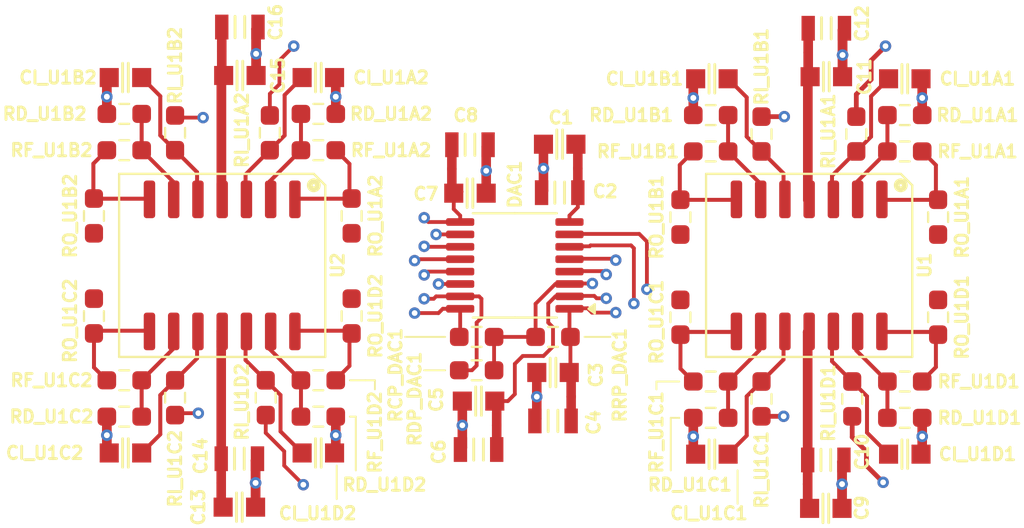
<source format=kicad_pcb>
(kicad_pcb (version 20241229) (generator "pcbnew") (generator_version "9.0")
  (layers (0 "F.Cu" signal) (4 "In1.Cu" signal) (6 "In2.Cu" signal) (2 "B.Cu" signal) (13 "F.Paste" user) (15 "B.Paste" user) (5 "F.SilkS" user "F.Silkscreen") (7 "B.SilkS" user "B.Silkscreen") (1 "F.Mask" user) (3 "B.Mask" user) (25 "Edge.Cuts" user))
  (net 0 "")
  (net 1 "/UNRIPPLE_MODULE1/UNRIPPLE")
  (net 2 "GND")
  (net 3 "/~{RESET}")
  (net 4 "/~{CHIP_SELECT}")
  (net 5 "/VLOGIC")
  (net 6 "-12V")
  (net 7 "+12V")
  (net 8 "Net-(U1A-+)")
  (net 9 "Net-(U2A-+)")
  (net 10 "Net-(U1B-+)")
  (net 11 "Net-(U2B-+)")
  (net 12 "Net-(U1C-+)")
  (net 13 "Net-(U2C-+)")
  (net 14 "Net-(U1D-+)")
  (net 15 "Net-(U2D-+)")
  (net 16 "/AMP1_DAC1/INPUT_3")
  (net 17 "/AMP2_DAC1/INPUT_3")
  (net 18 "VCC")
  (net 19 "/AMP2_DAC1/INPUT_4")
  (net 20 "/SCL")
  (net 21 "/AMP2_DAC1/INPUT_1")
  (net 22 "/AMP1_DAC1/INPUT_2")
  (net 23 "/AMP2_DAC1/INPUT_2")
  (net 24 "/SDA")
  (net 25 "/AMP1_DAC1/INPUT_1")
  (net 26 "/AMP1_DAC1/INPUT_4")
  (net 27 "Net-(U1A--)")
  (net 28 "Net-(U2A--)")
  (net 29 "Net-(U1B--)")
  (net 30 "Net-(U2B--)")
  (net 31 "Net-(U1C--)")
  (net 32 "Net-(U2C--)")
  (net 33 "Net-(U1D--)")
  (net 34 "Net-(U2D--)")
  (net 35 "Net-(RF_U1A1-Pad2)")
  (net 36 "Net-(RF_U1A2-Pad2)")
  (net 37 "Net-(RF_U1B1-Pad2)")
  (net 38 "Net-(RF_U1B2-Pad2)")
  (net 39 "Net-(RF_U1C1-Pad2)")
  (net 40 "Net-(RF_U1C2-Pad2)")
  (net 41 "Net-(RF_U1D1-Pad2)")
  (net 42 "Net-(RF_U1D2-Pad2)")
  (net 43 "/OUTPUT_1")
  (net 44 "/OUTPUT_5")
  (net 45 "/OUTPUT_2")
  (net 46 "/OUTPUT_6")
  (net 47 "/OUTPUT_3")
  (net 48 "/OUTPUT_7")
  (net 49 "/OUTPUT_4")
  (net 50 "/OUTPUT_8")
  (footprint "PCM_4ms_Capacitor:C_0603" (layer "F.Cu") (at 59.73125 76.962738)
    (property "Reference" "C7")
    (property "Value" "100nF_0603_16V" (hide yes))
  )
  (footprint "PCM_4ms_Capacitor:C_0805" (layer "F.Cu") (at 60.18125 90.405 180)
    (property "Reference" "C6")
    (property "Value" "10uF_0805_25V" (hide yes))
  )
  (footprint "PCM_4ms_Capacitor:C_0603" (layer "F.Cu") (at 78.372787 93.491075)
    (property "Reference" "C9")
    (property "Value" "100nF_0603_16V" (hide yes))
  )
  (footprint "Resistor_SMD:R_0603_1608Metric_Pad0.98x0.95mm_HandSolder" (layer "F.Cu") (at 84.255283 78.218824 -90)
    (property "Reference" "RO_U1A1")
    (property "Value" "220Ω")
  )
  (footprint "Resistor_SMD:R_0603_1608Metric_Pad0.98x0.95mm_HandSolder" (layer "F.Cu") (at 53.5325 78.155 -90)
    (property "Reference" "RO_U1A2")
    (property "Value" "220Ω")
  )
  (footprint "PCM_4ms_Capacitor:C_0603" (layer "F.Cu") (at 41.6825 90.585)
    (property "Reference" "CI_U1C2")
    (property "Value" "100pF_0603_50V" (hide yes))
  )
  (footprint "Resistor_SMD:R_0603_1608Metric_Pad0.98x0.95mm_HandSolder" (layer "F.Cu") (at 82.510283 88.743824)
    (property "Reference" "RD_U1D1")
    (property "Value" "47k")
  )
  (footprint "Resistor_SMD:R_0603_1608Metric_Pad0.98x0.95mm_HandSolder" (layer "F.Cu") (at 82.510283 72.868824)
    (property "Reference" "RD_U1A1")
    (property "Value" "47k")
  )
  (footprint "Resistor_SMD:R_0603_1608Metric_Pad0.98x0.95mm_HandSolder" (layer "F.Cu") (at 49.0325 87.6875 90)
    (property "Reference" "RI_U1D2")
    (property "Value" "1k")
  )
  (footprint "Resistor_SMD:R_0603_1608Metric_Pad0.98x0.95mm_HandSolder" (layer "F.Cu") (at 51.7875 72.805)
    (property "Reference" "RD_U1A2")
    (property "Value" "47k")
  )
  (footprint "Resistor_SMD:R_0603_1608Metric_Pad0.98x0.95mm_HandSolder" (layer "F.Cu") (at 82.510283 74.773824)
    (property "Reference" "RF_U1A1")
    (property "Value" "47k")
  )
  (footprint "Resistor_SMD:R_0603_1608Metric_Pad0.98x0.95mm_HandSolder" (layer "F.Cu") (at 44.2825 73.7975 -90)
    (property "Reference" "RI_U1B2")
    (property "Value" "1k")
  )
  (footprint "PCM_4ms_Capacitor:C_0603" (layer "F.Cu") (at 51.7875 90.585 180)
    (property "Reference" "CI_U1D2")
    (property "Value" "100pF_0603_50V" (hide yes))
  )
  (footprint "Resistor_SMD:R_0603_1608Metric_Pad0.98x0.95mm_HandSolder" (layer "F.Cu") (at 49.2475 73.7975 -90)
    (property "Reference" "RI_U1A2")
    (property "Value" "1k")
  )
  (footprint "PCM_4ms_Capacitor:C_0603" (layer "F.Cu") (at 82.510283 70.963824 180)
    (property "Reference" "CI_U1A1")
    (property "Value" "100pF_0603_50V" (hide yes))
  )
  (footprint "PCM_4ms_Capacitor:C_0603" (layer "F.Cu") (at 47.677217 70.791176)
    (property "Reference" "C15")
    (property "Value" "100nF_0603_16V" (hide yes))
  )
  (footprint "PCM_4ms_Capacitor:C_0805" (layer "F.Cu") (at 47.677217 68.251176)
    (property "Reference" "C16")
    (property "Value" "10uF_0805_25V" (hide yes))
  )
  (footprint "PCM_4ms_Capacitor:C_0603" (layer "F.Cu") (at 64.43125 74.395 180)
    (property "Reference" "C1")
    (property "Value" "100nF_0603_16V" (hide yes))
  )
  (footprint "Resistor_SMD:R_0603_1608Metric_Pad0.98x0.95mm_HandSolder" (layer "F.Cu") (at 51.7875 74.71)
    (property "Reference" "RF_U1A2")
    (property "Value" "47k")
  )
  (footprint "Resistor_SMD:R_0603_1608Metric_Pad0.98x0.95mm_HandSolder" (layer "F.Cu") (at 41.62 88.68 180)
    (property "Reference" "RD_U1C2")
    (property "Value" "47k")
  )
  (footprint "PCM_Package_SO_AKL:SO-14_5.3x10.2mm_P1.27mm" (layer "F.Cu") (at 46.75 80.75 -90)
    (property "Reference" "U2")
    (property "Value" "TL074CNS" (hide yes))
  )
  (footprint "Resistor_SMD:R_0603_1608Metric_Pad0.98x0.95mm_HandSolder" (layer "F.Cu") (at 75.005283 87.751324 90)
    (property "Reference" "RI_U1C1")
    (property "Value" "1k")
  )
  (footprint "PCM_Package_SO_AKL:SO-14_5.3x10.2mm_P1.27mm" (layer "F.Cu") (at 77.5 80.75 -90)
    (property "Reference" "U1")
    (property "Value" "TL074CNS" (hide yes))
  )
  (footprint "Resistor_SMD:R_0603_1608Metric_Pad0.98x0.95mm_HandSolder" (layer "F.Cu") (at 41.62 74.71 180)
    (property "Reference" "RF_U1B2")
    (property "Value" "47k")
  )
  (footprint "PCM_4ms_Capacitor:C_0805" (layer "F.Cu") (at 78.372787 90.951075)
    (property "Reference" "C10")
    (property "Value" "10uF_0805_25V" (hide yes))
  )
  (footprint "Resistor_SMD:R_0603_1608Metric_Pad0.98x0.95mm_HandSolder" (layer "F.Cu") (at 53.5325 83.405 90)
    (property "Reference" "RO_U1D2")
    (property "Value" "220Ω")
  )
  (footprint "Resistor_SMD:R_0603_1608Metric_Pad0.98x0.95mm_HandSolder" (layer "F.Cu") (at 70.755283 83.468824 90)
    (property "Reference" "RO_U1C1")
    (property "Value" "220Ω" (hide yes))
  )
  (footprint "PCM_4ms_Capacitor:C_0805" (layer "F.Cu") (at 78.4 68.315)
    (property "Reference" "C12")
    (property "Value" "10uF_0805_25V" (hide yes))
  )
  (footprint "Resistor_SMD:R_0603_1608Metric_Pad0.98x0.95mm_HandSolder" (layer "F.Cu") (at 70.755283 78.218824 -90)
    (property "Reference" "RO_U1B1")
    (property "Value" "220Ω" (hide yes))
  )
  (footprint "PCM_4ms_Capacitor:C_0603" (layer "F.Cu") (at 82.510283 90.648824 180)
    (property "Reference" "CI_U1D1")
    (property "Value" "100pF_0603_50V" (hide yes))
  )
  (footprint "PCM_4ms_Capacitor:C_0805" (layer "F.Cu") (at 47.650004 90.887251)
    (property "Reference" "C14")
    (property "Value" "10uF_0805_25V" (hide yes))
  )
  (footprint "Resistor_SMD:R_0603_1608Metric_Pad0.98x0.95mm_HandSolder" (layer "F.Cu") (at 60.08125 86.25 180)
    (property "Reference" "RDP_DAC1")
    (property "Value" "4.7k")
  )
  (footprint "PCM_4ms_Capacitor:C_0603" (layer "F.Cu") (at 64.08125 86.365 180)
    (property "Reference" "C3")
    (property "Value" "100nF_0603_16V" (hide yes))
  )
  (footprint "Resistor_SMD:R_0603_1608Metric_Pad0.98x0.95mm_HandSolder" (layer "F.Cu") (at 41.62 86.775 180)
    (property "Reference" "RF_U1C2")
    (property "Value" "47k")
  )
  (footprint "Resistor_SMD:R_0603_1608Metric_Pad0.98x0.95mm_HandSolder" (layer "F.Cu") (at 72.342783 88.743824 180)
    (property "Reference" "RD_U1C1")
    (property "Value" "47k")
  )
  (footprint "Resistor_SMD:R_0603_1608Metric_Pad0.98x0.95mm_HandSolder" (layer "F.Cu") (at 51.7875 88.68)
    (property "Reference" "RD_U1D2")
    (property "Value" "47k")
  )
  (footprint "Resistor_SMD:R_0603_1608Metric_Pad0.98x0.95mm_HandSolder" (layer "F.Cu") (at 40.0325 83.405 90)
    (property "Reference" "RO_U1C2")
    (property "Value" "220Ω")
  )
  (footprint "Resistor_SMD:R_0603_1608Metric_Pad0.98x0.95mm_HandSolder" (layer "F.Cu") (at 75.005283 73.861324 -90)
    (property "Reference" "RI_U1B1")
    (property "Value" "1k")
  )
  (footprint "Resistor_SMD:R_0603_1608Metric_Pad0.98x0.95mm_HandSolder" (layer "F.Cu") (at 40.0325 78.155 -90)
    (property "Reference" "RO_U1B2")
    (property "Value" "220Ω")
  )
  (footprint "Resistor_SMD:R_0603_1608Metric_Pad0.98x0.95mm_HandSolder" (layer "F.Cu") (at 84.255283 83.468824 90)
    (property "Reference" "RO_U1D1")
    (property "Value" "220Ω")
  )
  (footprint "PCM_4ms_Capacitor:C_0603" (layer "F.Cu") (at 60.18125 87.865 180)
    (property "Reference" "C5")
    (property "Value" "100nF_0603_16V" (hide yes))
  )
  (footprint "PCM_4ms_Capacitor:C_0805" (layer "F.Cu") (at 59.73125 74.422738)
    (property "Reference" "C8")
    (property "Value" "10uF_0805_25V" (hide yes))
  )
  (footprint "PCM_4ms_Capacitor:C_0603" (layer "F.Cu") (at 41.6825 70.9)
    (property "Reference" "CI_U1B2")
    (property "Value" "100pF_0603_50V" (hide yes))
  )
  (footprint "Resistor_SMD:R_0603_1608Metric_Pad0.98x0.95mm_HandSolder" (layer "F.Cu") (at 79.970283 73.861324 -90)
    (property "Reference" "RI_U1A1")
    (property "Value" "1k")
  )
  (footprint "Resistor_SMD:R_0603_1608Metric_Pad0.98x0.95mm_HandSolder" (layer "F.Cu") (at 72.342783 72.868824 180)
    (property "Reference" "RD_U1B1")
    (property "Value" "47k")
  )
  (footprint "Resistor_SMD:R_0603_1608Metric_Pad0.98x0.95mm_HandSolder" (layer "F.Cu") (at 51.7875 86.775)
    (property "Reference" "RF_U1D2")
    (property "Value" "47k")
  )
  (footprint "Resistor_SMD:R_0603_1608Metric_Pad0.98x0.95mm_HandSolder" (layer "F.Cu") (at 79.755283 87.751324 90)
    (property "Reference" "RI_U1D1")
    (property "Value" "1k")
  )
  (footprint "Resistor_SMD:R_0603_1608Metric_Pad0.98x0.95mm_HandSolder" (layer "F.Cu") (at 60.08125 84.5 180)
    (property "Reference" "RCP_DAC1")
    (property "Value" "4.7k")
  )
  (footprint "PCM_4ms_Capacitor:C_0805" (layer "F.Cu") (at 64.43125 76.935 180)
    (property "Reference" "C2")
    (property "Value" "10uF_0805_25V" (hide yes))
  )
  (footprint "PCM_4ms_Capacitor:C_0805" (layer "F.Cu") (at 64.08125 88.905 180)
    (property "Reference" "C4")
    (property "Value" "10uF_0805_25V" (hide yes))
  )
  (footprint "PCM_4ms_Capacitor:C_0603" (layer "F.Cu") (at 72.405283 90.648824)
    (property "Reference" "CI_U1C1")
    (property "Value" "100pF_0603_50V" (hide yes))
  )
  (footprint "PCM_4ms_Capacitor:C_0603" (layer "F.Cu") (at 51.7875 70.9 180)
    (property "Reference" "CI_U1A2")
    (property "Value" "100pF_0603_50V" (hide yes))
  )
  (footprint "PCM_4ms_Capacitor:C_0603" (layer "F.Cu") (at 47.650004 93.427251)
    (property "Reference" "C13")
    (property "Value" "100nF_0603_16V" (hide yes))
  )
  (footprint "PCM_4ms_Capacitor:C_0603" (layer "F.Cu") (at 78.4 70.855)
    (property "Reference" "C11")
    (property "Value" "100nF_0603_16V" (hide yes))
  )
  (footprint "Resistor_SMD:R_0603_1608Metric_Pad0.98x0.95mm_HandSolder" (layer "F.Cu") (at 41.62 72.805 180)
    (property "Reference" "RD_U1B2")
    (property "Value" "47k")
  )
  (footprint "Resistor_SMD:R_0603_1608Metric_Pad0.98x0.95mm_HandSolder" (layer "F.Cu") (at 72.342783 86.838824 180)
    (property "Reference" "RF_U1C1")
    (property "Value" "47k")
  )
  (footprint "Resistor_SMD:R_0603_1608Metric_Pad0.98x0.95mm_HandSolder" (layer "F.Cu") (at 72.342783 74.773824 180)
    (property "Reference" "RF_U1B1")
    (property "Value" "47k")
  )
  (footprint "Package_SO:TSSOP-16_4.4x5mm_P0.65mm" (layer "F.Cu") (at 62.08125 80.75 180)
    (property "Reference" "DAC1")
    (property "Value" "AD5593R")
  )
  (footprint "Resistor_SMD:R_0603_1608Metric_Pad0.98x0.95mm_HandSolder" (layer "F.Cu") (at 64.08125 84.5)
    (property "Reference" "RRP_DAC1")
    (property "Value" "10k")
  )
  (footprint "Resistor_SMD:R_0603_1608Metric_Pad0.98x0.95mm_HandSolder" (layer "F.Cu") (at 44.2825 87.6875 90)
    (property "Reference" "RI_U1C2")
    (property "Value" "1k")
  )
  (footprint "PCM_4ms_Capacitor:C_0603" (layer "F.Cu") (at 72.405283 70.963824)
    (property "Reference" "CI_U1B1")
    (property "Value" "100pF_0603_50V" (hide yes))
  )
  (footprint "Resistor_SMD:R_0603_1608Metric_Pad0.98x0.95mm_HandSolder" (layer "F.Cu") (at 82.510283 86.838824)
    (property "Reference" "RF_U1D1")
    (property "Value" "47k")
  )
  (gr_line (start 58.43125 86.25) (end 57.33125 86.25) (stroke (width 0.1)) (layer "F.SilkS"))
  (gr_line (start 70.25 88.743824) (end 70.25 91.5) (stroke (width 0.1)) (layer "F.SilkS"))
  (gr_line (start 53.4375 86.775) (end 54.25 86.775) (stroke (width 0.1)) (layer "F.SilkS"))
  (gr_line (start 70.692783 86.838824) (end 69.5 86.838824) (stroke (width 0.1)) (layer "F.SilkS"))
  (gr_line (start 70.692783 88.743824) (end 70.25 88.743824) (stroke (width 0.1)) (layer "F.SilkS"))
  (gr_line (start 70.692783 88.743824) (end 70.692783 88.75) (stroke (width 0.1)) (layer "F.SilkS"))
  (gr_line (start 53.4375 88.68) (end 53.75 88.68) (stroke (width 0.1)) (layer "F.SilkS"))
  (gr_line (start 65.73125 84.5) (end 67.08125 84.5) (stroke (width 0.1)) (layer "F.SilkS"))
  (gr_line (start 73.75 93.25) (end 73.75 91.5) (stroke (width 0.1)) (layer "F.SilkS"))
  (gr_line (start 52.75 91.25) (end 52.75 93) (stroke (width 0.1)) (layer "F.SilkS"))
  (gr_line (start 54.75 86.775) (end 54.75 87.25) (stroke (width 0.1)) (layer "F.SilkS"))
  (gr_line (start 54.25 86.775) (end 54.75 86.775) (stroke (width 0.1)) (layer "F.SilkS"))
  (gr_line (start 53.75 88.68) (end 53.75 91.5) (stroke (width 0.1)) (layer "F.SilkS"))
  (gr_line (start 58.43125 84.5) (end 56.33125 84.5) (stroke (width 0.1)) (layer "F.SilkS"))
  (gr_line (start 69.5 86.838824) (end 69.5 87.25) (stroke (width 0.1)) (layer "F.SilkS"))
  (segment (start 65.38125 76.935) (end 65.38125 75.665) (width 0.5) (layer "F.Cu") (net 1))
  (segment (start 64.94375 78.475) (end 64.94375 78.1375) (width 0.2) (layer "F.Cu") (net 1))
  (segment (start 64.94375 78.1375) (end 65.38125 77.7) (width 0.2) (layer "F.Cu") (net 1))
  (segment (start 65.38125 75.665) (end 65.38125 74.495) (width 0.5) (layer "F.Cu") (net 1))
  (segment (start 65.38125 74.495) (end 65.28125 74.395) (width 0.5) (layer "F.Cu") (net 1))
  (segment (start 65.38125 77.7) (end 65.38125 76.935) (width 0.2) (layer "F.Cu") (net 1))
  (segment (start 79.25 69.718824) (end 79.25 69.585) (width 0.5) (layer "F.Cu") (net 2))
  (segment (start 71.430283 71.968824) (end 71.430283 71.088824) (width 0.5) (layer "F.Cu") (net 2))
  (segment (start 79.222787 92.221075) (end 79.222787 92.218824) (width 0.5) (layer "F.Cu") (net 2))
  (segment (start 48.527217 70.791176) (end 48.527217 69.655) (width 0.5) (layer "F.Cu") (net 2))
  (segment (start 71.430283 88.743824) (end 71.430283 89.718824) (width 0.5) (layer "F.Cu") (net 2))
  (segment (start 52.7 72.805) (end 52.7 71.905) (width 0.5) (layer "F.Cu") (net 2))
  (segment (start 52.7 90.5225) (end 52.6375 90.585) (width 0.5) (layer "F.Cu") (net 2))
  (segment (start 71.430283 90.523824) (end 71.555283 90.648824) (width 0.5) (layer "F.Cu") (net 2))
  (segment (start 83.422783 71.968824) (end 83.422783 71.026324) (width 0.5) (layer "F.Cu") (net 2))
  (segment (start 83.422783 72.868824) (end 83.422783 71.968824) (width 0.5) (layer "F.Cu") (net 2))
  (segment (start 59.33125 87.865) (end 59.33125 89.135) (width 0.5) (layer "F.Cu") (net 2))
  (segment (start 83.422783 90.586324) (end 83.360283 90.648824) (width 0.5) (layer "F.Cu") (net 2))
  (segment (start 79.25 68.415) (end 79.35 68.315) (width 0.5) (layer "F.Cu") (net 2))
  (segment (start 83.422783 90.586324) (end 83.360283 90.648824) (width 0.5) (layer "F.Cu") (net 2))
  (segment (start 79.222787 92.221075) (end 79.222787 92.218824) (width 0.5) (layer "F.Cu") (net 2))
  (segment (start 59.21875 81.725) (end 58.08125 81.725) (width 0.2) (layer "F.Cu") (net 2))
  (segment (start 40.7075 90.46) (end 40.8325 90.585) (width 0.5) (layer "F.Cu") (net 2))
  (segment (start 52.7 72.805) (end 52.7 71.905) (width 0.5) (layer "F.Cu") (net 2))
  (segment (start 48.500004 90.987251) (end 48.600004 90.887251) (width 0.5) (layer "F.Cu") (net 2))
  (segment (start 83.422783 72.868824) (end 83.422783 71.968824) (width 0.5) (layer "F.Cu") (net 2))
  (segment (start 63.58125 76.835) (end 63.48125 76.935) (width 0.5) (layer "F.Cu") (net 2))
  (segment (start 48.527217 69.655) (end 48.527217 69.521176) (width 0.5) (layer "F.Cu") (net 2))
  (segment (start 48.527217 68.351176) (end 48.627217 68.251176) (width 0.5) (layer "F.Cu") (net 2))
  (segment (start 71.430283 89.718824) (end 71.430283 90.523824) (width 0.5) (layer "F.Cu") (net 2))
  (segment (start 40.7075 71.025) (end 40.8325 70.9) (width 0.5) (layer "F.Cu") (net 2))
  (segment (start 48.500004 92.155) (end 48.500004 90.987251) (width 0.5) (layer "F.Cu") (net 2))
  (segment (start 71.430283 72.868824) (end 71.430283 71.968824) (width 0.5) (layer "F.Cu") (net 2))
  (segment (start 83.422783 89.718824) (end 83.422783 90.586324) (width 0.5) (layer "F.Cu") (net 2))
  (segment (start 40.7075 88.68) (end 40.7075 89.655) (width 0.5) (layer "F.Cu") (net 2))
  (segment (start 48.527217 69.655) (end 48.527217 69.521176) (width 0.5) (layer "F.Cu") (net 2))
  (segment (start 52.7 89.655) (end 52.7 90.5225) (width 0.5) (layer "F.Cu") (net 2))
  (segment (start 52.7 71.905) (end 52.7 70.9625) (width 0.5) (layer "F.Cu") (net 2))
  (segment (start 48.500004 92.157251) (end 48.500004 92.155) (width 0.5) (layer "F.Cu") (net 2))
  (segment (start 79.222787 91.051075) (end 79.322787 90.951075) (width 0.5) (layer "F.Cu") (net 2))
  (segment (start 83.422783 88.743824) (end 83.422783 89.718824) (width 0.5) (layer "F.Cu") (net 2))
  (segment (start 63.58125 74.395) (end 63.58125 75.665) (width 0.5) (layer "F.Cu") (net 2))
  (segment (start 71.430283 88.743824) (end 71.430283 89.718824) (width 0.5) (layer "F.Cu") (net 2))
  (segment (start 48.500004 93.427251) (end 48.500004 92.157251) (width 0.5) (layer "F.Cu") (net 2))
  (segment (start 40.7075 72.805) (end 40.7075 71.905) (width 0.5) (layer "F.Cu") (net 2))
  (segment (start 40.7075 71.025) (end 40.8325 70.9) (width 0.5) (layer "F.Cu") (net 2))
  (segment (start 63.58125 75.665) (end 63.58125 76.835) (width 0.5) (layer "F.Cu") (net 2))
  (segment (start 83.422783 71.026324) (end 83.360283 70.963824) (width 0.5) (layer "F.Cu") (net 2))
  (segment (start 79.222787 92.218824) (end 79.222787 91.051075) (width 0.5) (layer "F.Cu") (net 2))
  (segment (start 40.7075 90.46) (end 40.8325 90.585) (width 0.5) (layer "F.Cu") (net 2))
  (segment (start 83.422783 88.743824) (end 83.422783 89.718824) (width 0.5) (layer "F.Cu") (net 2))
  (segment (start 40.7075 89.655) (end 40.7075 90.46) (width 0.5) (layer "F.Cu") (net 2))
  (segment (start 40.7075 72.805) (end 40.7075 71.905) (width 0.5) (layer "F.Cu") (net 2))
  (segment (start 79.222787 92.218824) (end 79.222787 91.051075) (width 0.5) (layer "F.Cu") (net 2))
  (segment (start 79.222787 93.491075) (end 79.222787 92.221075) (width 0.5) (layer "F.Cu") (net 2))
  (segment (start 48.527217 68.351176) (end 48.627217 68.251176) (width 0.5) (layer "F.Cu") (net 2))
  (segment (start 48.500004 93.427251) (end 48.500004 92.157251) (width 0.5) (layer "F.Cu") (net 2))
  (segment (start 79.25 69.585) (end 79.25 68.415) (width 0.5) (layer "F.Cu") (net 2))
  (segment (start 79.25 69.585) (end 79.25 68.415) (width 0.5) (layer "F.Cu") (net 2))
  (segment (start 52.7 88.68) (end 52.7 89.655) (width 0.5) (layer "F.Cu") (net 2))
  (segment (start 63.23125 88.805) (end 63.13125 88.905) (width 0.5) (layer "F.Cu") (net 2))
  (segment (start 40.7075 71.905) (end 40.7075 71.025) (width 0.5) (layer "F.Cu") (net 2))
  (segment (start 48.500004 92.155) (end 48.500004 90.987251) (width 0.5) (layer "F.Cu") (net 2))
  (segment (start 71.430283 71.968824) (end 71.430283 71.088824) (width 0.5) (layer "F.Cu") (net 2))
  (segment (start 71.430283 89.718824) (end 71.430283 90.523824) (width 0.5) (layer "F.Cu") (net 2))
  (segment (start 71.430283 72.868824) (end 71.430283 71.968824) (width 0.5) (layer "F.Cu") (net 2))
  (segment (start 79.222787 91.051075) (end 79.322787 90.951075) (width 0.5) (layer "F.Cu") (net 2))
  (segment (start 83.422783 89.718824) (end 83.422783 90.586324) (width 0.5) (layer "F.Cu") (net 2))
  (segment (start 63.23125 86.365) (end 63.23125 87.635) (width 0.5) (layer "F.Cu") (net 2))
  (segment (start 40.7075 71.905) (end 40.7075 71.025) (width 0.5) (layer "F.Cu") (net 2))
  (segment (start 71.430283 90.523824) (end 71.555283 90.648824) (width 0.5) (layer "F.Cu") (net 2))
  (segment (start 83.422783 71.026324) (end 83.360283 70.963824) (width 0.5) (layer "F.Cu") (net 2))
  (segment (start 52.7 88.68) (end 52.7 89.655) (width 0.5) (layer "F.Cu") (net 2))
  (segment (start 60.58125 76.962738) (end 60.58125 75.788102) (width 0.5) (layer "F.Cu") (net 2))
  (segment (start 63.23125 87.635) (end 63.23125 88.805) (width 0.5) (layer "F.Cu") (net 2))
  (segment (start 48.500004 90.987251) (end 48.600004 90.887251) (width 0.5) (layer "F.Cu") (net 2))
  (segment (start 79.25 70.855) (end 79.25 69.718824) (width 0.5) (layer "F.Cu") (net 2))
  (segment (start 48.527217 69.521176) (end 48.527217 68.351176) (width 0.5) (layer "F.Cu") (net 2))
  (segment (start 59.33125 89.135) (end 59.33125 90.305) (width 0.5) (layer "F.Cu") (net 2))
  (segment (start 79.25 70.855) (end 79.25 69.718824) (width 0.5) (layer "F.Cu") (net 2))
  (segment (start 71.430283 71.088824) (end 71.555283 70.963824) (width 0.5) (layer "F.Cu") (net 2))
  (segment (start 40.7075 88.68) (end 40.7075 89.655) (width 0.5) (layer "F.Cu") (net 2))
  (segment (start 52.7 71.905) (end 52.7 70.9625) (width 0.5) (layer "F.Cu") (net 2))
  (segment (start 79.25 68.415) (end 79.35 68.315) (width 0.5) (layer "F.Cu") (net 2))
  (segment (start 58.08125 81.725) (end 58.05625 81.725) (width 0.2) (layer "F.Cu") (net 2))
  (segment (start 52.7 90.5225) (end 52.6375 90.585) (width 0.5) (layer "F.Cu") (net 2))
  (segment (start 79.222787 93.491075) (end 79.222787 92.221075) (width 0.5) (layer "F.Cu") (net 2))
  (segment (start 52.7 70.9625) (end 52.6375 70.9) (width 0.5) (layer "F.Cu") (net 2))
  (segment (start 60.58125 75.692738) (end 60.58125 74.522738) (width 0.5) (layer "F.Cu") (net 2))
  (segment (start 40.7075 89.655) (end 40.7075 90.46) (width 0.5) (layer "F.Cu") (net 2))
  (segment (start 79.25 69.718824) (end 79.25 69.585) (width 0.5) (layer "F.Cu") (net 2))
  (segment (start 59.33125 90.305) (end 59.23125 90.405) (width 0.5) (layer "F.Cu") (net 2))
  (segment (start 48.527217 69.521176) (end 48.527217 68.351176) (width 0.5) (layer "F.Cu") (net 2))
  (segment (start 52.7 70.9625) (end 52.6375 70.9) (width 0.5) (layer "F.Cu") (net 2))
  (segment (start 83.422783 71.968824) (end 83.422783 71.026324) (width 0.5) (layer "F.Cu") (net 2))
  (segment (start 48.500004 92.157251) (end 48.500004 92.155) (width 0.5) (layer "F.Cu") (net 2))
  (segment (start 60.58125 74.522738) (end 60.68125 74.422738) (width 0.5) (layer "F.Cu") (net 2))
  (segment (start 48.527217 70.791176) (end 48.527217 69.655) (width 0.5) (layer "F.Cu") (net 2))
  (segment (start 71.430283 71.088824) (end 71.555283 70.963824) (width 0.5) (layer "F.Cu") (net 2))
  (segment (start 52.7 89.655) (end 52.7 90.5225) (width 0.5) (layer "F.Cu") (net 2))
  (via (at 83.422783 71.968824) (size 0.6) (drill 0.3) (layers "F.Cu" "B.Cu") (net 2))
  (via (at 71.430283 89.718824) (size 0.6) (drill 0.3) (layers "F.Cu" "B.Cu") (net 2))
  (via (at 52.7 71.905) (size 0.6) (drill 0.3) (layers "F.Cu" "B.Cu") (net 2))
  (via (at 79.25 69.718824) (size 0.6) (drill 0.3) (layers "F.Cu" "B.Cu") (net 2))
  (via (at 79.222787 92.218824) (size 0.6) (drill 0.3) (layers "F.Cu" "B.Cu") (net 2))
  (via (at 48.527217 69.655) (size 0.6) (drill 0.3) (layers "F.Cu" "B.Cu") (net 2))
  (via (at 63.58125 75.665) (size 0.6) (drill 0.3) (layers "F.Cu" "B.Cu") (net 2))
  (via (at 60.58125 75.788102) (size 0.6) (drill 0.3) (layers "F.Cu" "B.Cu") (net 2))
  (via (at 71.430283 71.968824) (size 0.6) (drill 0.3) (layers "F.Cu" "B.Cu") (net 2))
  (via (at 63.23125 87.635) (size 0.6) (drill 0.3) (layers "F.Cu" "B.Cu") (net 2))
  (via (at 83.422783 89.718824) (size 0.6) (drill 0.3) (layers "F.Cu" "B.Cu") (net 2))
  (via (at 48.500004 92.155) (size 0.6) (drill 0.3) (layers "F.Cu" "B.Cu") (net 2))
  (via (at 48.500004 92.155) (size 0.6) (drill 0.3) (layers "F.Cu" "B.Cu") (net 2))
  (via (at 52.7 89.655) (size 0.6) (drill 0.3) (layers "F.Cu" "B.Cu") (net 2))
  (via (at 58.08125 81.725) (size 0.6) (drill 0.3) (layers "F.Cu" "B.Cu") (net 2))
  (via (at 40.7075 71.905) (size 0.6) (drill 0.3) (layers "F.Cu" "B.Cu") (net 2))
  (via (at 59.33125 89.135) (size 0.6) (drill 0.3) (layers "F.Cu" "B.Cu") (net 2))
  (via (at 48.527217 69.655) (size 0.6) (drill 0.3) (layers "F.Cu" "B.Cu") (net 2))
  (via (at 52.7 89.655) (size 0.6) (drill 0.3) (layers "F.Cu" "B.Cu") (net 2))
  (via (at 83.422783 89.718824) (size 0.6) (drill 0.3) (layers "F.Cu" "B.Cu") (net 2))
  (via (at 79.222787 92.218824) (size 0.6) (drill 0.3) (layers "F.Cu" "B.Cu") (net 2))
  (via (at 40.7075 89.655) (size 0.6) (drill 0.3) (layers "F.Cu" "B.Cu") (net 2))
  (via (at 40.7075 71.905) (size 0.6) (drill 0.3) (layers "F.Cu" "B.Cu") (net 2))
  (via (at 52.7 71.905) (size 0.6) (drill 0.3) (layers "F.Cu" "B.Cu") (net 2))
  (via (at 71.430283 71.968824) (size 0.6) (drill 0.3) (layers "F.Cu" "B.Cu") (net 2))
  (via (at 40.7075 89.655) (size 0.6) (drill 0.3) (layers "F.Cu" "B.Cu") (net 2))
  (via (at 83.422783 71.968824) (size 0.6) (drill 0.3) (layers "F.Cu" "B.Cu") (net 2))
  (via (at 71.430283 89.718824) (size 0.6) (drill 0.3) (layers "F.Cu" "B.Cu") (net 2))
  (via (at 79.25 69.718824) (size 0.6) (drill 0.3) (layers "F.Cu" "B.Cu") (net 2))
  (segment (start 64.94375 84.45) (end 64.99375 84.5) (width 0.2) (layer "F.Cu") (net 3))
  (segment (start 64.99375 86.3025) (end 64.93125 86.365) (width 0.2) (layer "F.Cu") (net 3))
  (segment (start 66.11875 83.225) (end 67.36875 83.225) (width 0.2) (layer "F.Cu") (net 3))
  (segment (start 64.94375 83.025) (end 65.30625 83.025) (width 0.2) (layer "F.Cu") (net 3))
  (segment (start 64.98125 83) (end 65.89375 83) (width 0.2) (layer "F.Cu") (net 3))
  (segment (start 65.30625 83.025) (end 65.33125 83) (width 0.2) (layer "F.Cu") (net 3))
  (segment (start 64.94375 83.025) (end 64.94375 84.45) (width 0.2) (layer "F.Cu") (net 3))
  (segment (start 65.03125 86.465) (end 64.93125 86.365) (width 0.5) (layer "F.Cu") (net 3))
  (segment (start 65.89375 83) (end 66.11875 83.225) (width 0.2) (layer "F.Cu") (net 3))
  (segment (start 65.03125 88.905) (end 65.03125 87.635) (width 0.5) (layer "F.Cu") (net 3))
  (segment (start 64.99375 84.5) (end 64.99375 86.3025) (width 0.2) (layer "F.Cu") (net 3))
  (segment (start 65.03125 87.635) (end 65.03125 86.465) (width 0.5) (layer "F.Cu") (net 3))
  (via (at 67.36875 83.225) (size 0.6) (drill 0.3) (layers "F.Cu" "B.Cu") (net 3))
  (segment (start 64.98125 82.35) (end 66.24375 82.35) (width 0.2) (layer "F.Cu") (net 4))
  (segment (start 66.24375 82.35) (end 66.36875 82.475) (width 0.2) (layer "F.Cu") (net 4))
  (segment (start 63.58125 85.5) (end 62.49425 85.5) (width 0.2) (layer "F.Cu") (net 4))
  (segment (start 62.49425 85.5) (end 62.08125 85.913) (width 0.2) (layer "F.Cu") (net 4))
  (segment (start 61.13125 87.965) (end 61.03125 87.865) (width 0.5) (layer "F.Cu") (net 4))
  (segment (start 61.13125 89.135) (end 61.13125 87.965) (width 0.5) (layer "F.Cu") (net 4))
  (segment (start 61.71625 87.865) (end 61.03125 87.865) (width 0.2) (layer "F.Cu") (net 4))
  (segment (start 63.83125 82.750001) (end 63.83125 83.75) (width 0.2) (layer "F.Cu") (net 4))
  (segment (start 62.08125 85.913) (end 62.08125 87.5) (width 0.2) (layer "F.Cu") (net 4))
  (segment (start 64.94375 82.375) (end 64.206251 82.375) (width 0.2) (layer "F.Cu") (net 4))
  (segment (start 62.08125 87.5) (end 61.71625 87.865) (width 0.2) (layer "F.Cu") (net 4))
  (segment (start 64.08125 85) (end 63.58125 85.5) (width 0.2) (layer "F.Cu") (net 4))
  (segment (start 66.36875 82.475) (end 66.86875 82.475) (width 0.2) (layer "F.Cu") (net 4))
  (segment (start 64.206251 82.375) (end 63.83125 82.750001) (width 0.2) (layer "F.Cu") (net 4))
  (segment (start 61.13125 90.405) (end 61.13125 89.135) (width 0.5) (layer "F.Cu") (net 4))
  (segment (start 63.83125 83.75) (end 64.08125 84) (width 0.2) (layer "F.Cu") (net 4))
  (segment (start 64.08125 84) (end 64.08125 85) (width 0.2) (layer "F.Cu") (net 4))
  (via (at 66.86875 82.475) (size 0.6) (drill 0.3) (layers "F.Cu" "B.Cu") (net 4))
  (segment (start 59.21875 78.1375) (end 58.88125 77.8) (width 0.2) (layer "F.Cu") (net 5))
  (segment (start 58.78125 74.422738) (end 58.78125 75.692738) (width 0.5) (layer "F.Cu") (net 5))
  (segment (start 59.21875 76.9975) (end 59.33125 76.885) (width 0.125) (layer "F.Cu") (net 5))
  (segment (start 59.21875 78.475) (end 59.21875 78.1375) (width 0.2) (layer "F.Cu") (net 5))
  (segment (start 58.88125 77.8) (end 58.88125 76.962738) (width 0.2) (layer "F.Cu") (net 5))
  (segment (start 58.78125 76.862738) (end 58.88125 76.962738) (width 0.5) (layer "F.Cu") (net 5))
  (segment (start 57.55625 78.475) (end 57.33125 78.25) (width 0.2) (layer "F.Cu") (net 5))
  (segment (start 59.21875 78.475) (end 57.55625 78.475) (width 0.2) (layer "F.Cu") (net 5))
  (segment (start 58.78125 75.692738) (end 58.78125 76.862738) (width 0.5) (layer "F.Cu") (net 5))
  (via (at 57.33125 78.25) (size 0.6) (drill 0.3) (layers "F.Cu" "B.Cu") (net 5))
  (segment (start 77.422787 90.951075) (end 77.422787 92.221075) (width 0.5) (layer "F.Cu") (net 6))
  (segment (start 46.700004 90.887251) (end 46.700004 92.157251) (width 0.5) (layer "F.Cu") (net 6))
  (segment (start 46.700004 92.157251) (end 46.700004 93.327251) (width 0.5) (layer "F.Cu") (net 6))
  (segment (start 77.422787 84.24632) (end 77.430283 84.238824) (width 0.5) (layer "F.Cu") (net 6))
  (segment (start 77.422787 84.24632) (end 77.430283 84.238824) (width 0.5) (layer "F.Cu") (net 6))
  (segment (start 77.422787 90.951075) (end 77.422787 84.24632) (width 0.5) (layer "F.Cu") (net 6))
  (segment (start 46.700004 90.887251) (end 46.700004 92.157251) (width 0.5) (layer "F.Cu") (net 6))
  (segment (start 77.422787 92.221075) (end 77.422787 93.391075) (width 0.5) (layer "F.Cu") (net 6))
  (segment (start 77.422787 93.391075) (end 77.522787 93.491075) (width 0.5) (layer "F.Cu") (net 6))
  (segment (start 46.700004 90.887251) (end 46.700004 84.182496) (width 0.5) (layer "F.Cu") (net 6))
  (segment (start 46.700004 84.182496) (end 46.7075 84.175) (width 0.5) (layer "F.Cu") (net 6))
  (segment (start 77.422787 92.221075) (end 77.422787 93.391075) (width 0.5) (layer "F.Cu") (net 6))
  (segment (start 46.700004 90.887251) (end 46.700004 84.182496) (width 0.5) (layer "F.Cu") (net 6))
  (segment (start 46.700004 92.157251) (end 46.700004 93.327251) (width 0.5) (layer "F.Cu") (net 6))
  (segment (start 46.700004 93.327251) (end 46.800004 93.427251) (width 0.5) (layer "F.Cu") (net 6))
  (segment (start 77.422787 93.391075) (end 77.522787 93.491075) (width 0.5) (layer "F.Cu") (net 6))
  (segment (start 46.700004 84.182496) (end 46.7075 84.175) (width 0.5) (layer "F.Cu") (net 6))
  (segment (start 77.422787 90.951075) (end 77.422787 84.24632) (width 0.5) (layer "F.Cu") (net 6))
  (segment (start 77.422787 90.951075) (end 77.422787 92.221075) (width 0.5) (layer "F.Cu") (net 6))
  (segment (start 46.700004 93.327251) (end 46.800004 93.427251) (width 0.5) (layer "F.Cu") (net 6))
  (segment (start 77.45 70.755) (end 77.55 70.855) (width 0.5) (layer "F.Cu") (net 7))
  (segment (start 46.727217 70.691176) (end 46.827217 70.791176) (width 0.5) (layer "F.Cu") (net 7))
  (segment (start 77.430283 77.313824) (end 77.430283 70.974717) (width 0.5) (layer "F.Cu") (net 7))
  (segment (start 46.727217 68.251176) (end 46.727217 69.521176) (width 0.5) (layer "F.Cu") (net 7))
  (segment (start 46.727217 69.521176) (end 46.727217 70.691176) (width 0.5) (layer "F.Cu") (net 7))
  (segment (start 46.727217 69.521176) (end 46.727217 70.691176) (width 0.5) (layer "F.Cu") (net 7))
  (segment (start 77.430283 70.974717) (end 77.55 70.855) (width 0.5) (layer "F.Cu") (net 7))
  (segment (start 77.45 69.585) (end 77.45 70.755) (width 0.5) (layer "F.Cu") (net 7))
  (segment (start 77.45 68.315) (end 77.45 69.585) (width 0.5) (layer "F.Cu") (net 7))
  (segment (start 46.7075 70.910893) (end 46.827217 70.791176) (width 0.5) (layer "F.Cu") (net 7))
  (segment (start 46.7075 77.25) (end 46.7075 70.910893) (width 0.5) (layer "F.Cu") (net 7))
  (segment (start 77.430283 70.974717) (end 77.55 70.855) (width 0.5) (layer "F.Cu") (net 7))
  (segment (start 77.45 70.755) (end 77.55 70.855) (width 0.5) (layer "F.Cu") (net 7))
  (segment (start 46.7075 77.25) (end 46.7075 70.910893) (width 0.5) (layer "F.Cu") (net 7))
  (segment (start 46.727217 68.251176) (end 46.727217 69.521176) (width 0.5) (layer "F.Cu") (net 7))
  (segment (start 46.7075 70.910893) (end 46.827217 70.791176) (width 0.5) (layer "F.Cu") (net 7))
  (segment (start 46.727217 70.691176) (end 46.827217 70.791176) (width 0.5) (layer "F.Cu") (net 7))
  (segment (start 77.45 69.585) (end 77.45 70.755) (width 0.5) (layer "F.Cu") (net 7))
  (segment (start 77.45 68.315) (end 77.45 69.585) (width 0.5) (layer "F.Cu") (net 7))
  (segment (start 77.430283 77.313824) (end 77.430283 70.974717) (width 0.5) (layer "F.Cu") (net 7))
  (segment (start 78.700283 77.313824) (end 78.700283 76.043824) (width 0.2) (layer "F.Cu") (net 8))
  (segment (start 80.746283 73.997824) (end 80.746283 71.877824) (width 0.2) (layer "F.Cu") (net 8))
  (segment (start 79.970283 74.773824) (end 80.746283 73.997824) (width 0.2) (layer "F.Cu") (net 8))
  (segment (start 80.746283 71.877824) (end 81.660283 70.963824) (width 0.2) (layer "F.Cu") (net 8))
  (segment (start 80.746283 73.997824) (end 80.746283 71.877824) (width 0.2) (layer "F.Cu") (net 8))
  (segment (start 79.970283 74.773824) (end 80.746283 73.997824) (width 0.2) (layer "F.Cu") (net 8))
  (segment (start 78.700283 76.043824) (end 79.970283 74.773824) (width 0.2) (layer "F.Cu") (net 8))
  (segment (start 78.700283 76.043824) (end 79.970283 74.773824) (width 0.2) (layer "F.Cu") (net 8))
  (segment (start 78.700283 77.313824) (end 78.700283 76.043824) (width 0.2) (layer "F.Cu") (net 8))
  (segment (start 80.746283 71.877824) (end 81.660283 70.963824) (width 0.2) (layer "F.Cu") (net 8))
  (segment (start 49.2475 74.71) (end 50.0235 73.934) (width 0.2) (layer "F.Cu") (net 9))
  (segment (start 50.0235 71.814) (end 50.9375 70.9) (width 0.2) (layer "F.Cu") (net 9))
  (segment (start 49.2475 74.71) (end 50.0235 73.934) (width 0.2) (layer "F.Cu") (net 9))
  (segment (start 47.9775 75.98) (end 49.2475 74.71) (width 0.2) (layer "F.Cu") (net 9))
  (segment (start 50.0235 73.934) (end 50.0235 71.814) (width 0.2) (layer "F.Cu") (net 9))
  (segment (start 47.9775 75.98) (end 49.2475 74.71) (width 0.2) (layer "F.Cu") (net 9))
  (segment (start 47.9775 77.25) (end 47.9775 75.98) (width 0.2) (layer "F.Cu") (net 9))
  (segment (start 47.9775 77.25) (end 47.9775 75.98) (width 0.2) (layer "F.Cu") (net 9))
  (segment (start 50.0235 73.934) (end 50.0235 71.814) (width 0.2) (layer "F.Cu") (net 9))
  (segment (start 50.0235 71.814) (end 50.9375 70.9) (width 0.2) (layer "F.Cu") (net 9))
  (segment (start 76.160283 75.928824) (end 75.005283 74.773824) (width 0.2) (layer "F.Cu") (net 10))
  (segment (start 74.229283 73.997824) (end 74.229283 71.937824) (width 0.2) (layer "F.Cu") (net 10))
  (segment (start 75.005283 74.773824) (end 74.229283 73.997824) (width 0.2) (layer "F.Cu") (net 10))
  (segment (start 76.160283 77.313824) (end 76.160283 75.928824) (width 0.2) (layer "F.Cu") (net 10))
  (segment (start 74.229283 71.937824) (end 73.255283 70.963824) (width 0.2) (layer "F.Cu") (net 10))
  (segment (start 76.160283 75.928824) (end 75.005283 74.773824) (width 0.2) (layer "F.Cu") (net 10))
  (segment (start 74.229283 73.997824) (end 74.229283 71.937824) (width 0.2) (layer "F.Cu") (net 10))
  (segment (start 76.160283 77.313824) (end 76.160283 75.928824) (width 0.2) (layer "F.Cu") (net 10))
  (segment (start 75.005283 74.773824) (end 74.229283 73.997824) (width 0.2) (layer "F.Cu") (net 10))
  (segment (start 74.229283 71.937824) (end 73.255283 70.963824) (width 0.2) (layer "F.Cu") (net 10))
  (segment (start 43.5065 73.934) (end 43.5065 71.874) (width 0.2) (layer "F.Cu") (net 11))
  (segment (start 45.4375 75.865) (end 44.2825 74.71) (width 0.2) (layer "F.Cu") (net 11))
  (segment (start 44.2825 74.71) (end 43.5065 73.934) (width 0.2) (layer "F.Cu") (net 11))
  (segment (start 45.4375 77.25) (end 45.4375 75.865) (width 0.2) (layer "F.Cu") (net 11))
  (segment (start 44.2825 74.71) (end 43.5065 73.934) (width 0.2) (layer "F.Cu") (net 11))
  (segment (start 43.5065 71.874) (end 42.5325 70.9) (width 0.2) (layer "F.Cu") (net 11))
  (segment (start 43.5065 73.934) (end 43.5065 71.874) (width 0.2) (layer "F.Cu") (net 11))
  (segment (start 43.5065 71.874) (end 42.5325 70.9) (width 0.2) (layer "F.Cu") (net 11))
  (segment (start 45.4375 75.865) (end 44.2825 74.71) (width 0.2) (layer "F.Cu") (net 11))
  (segment (start 45.4375 77.25) (end 45.4375 75.865) (width 0.2) (layer "F.Cu") (net 11))
  (segment (start 75.005283 86.838824) (end 74.229283 87.614824) (width 0.2) (layer "F.Cu") (net 12))
  (segment (start 76.160283 85.683824) (end 76.160283 84.238824) (width 0.2) (layer "F.Cu") (net 12))
  (segment (start 74.229283 87.614824) (end 74.229283 89.674824) (width 0.2) (layer "F.Cu") (net 12))
  (segment (start 74.229283 87.614824) (end 74.229283 89.674824) (width 0.2) (layer "F.Cu") (net 12))
  (segment (start 75.005283 86.838824) (end 74.229283 87.614824) (width 0.2) (layer "F.Cu") (net 12))
  (segment (start 74.229283 89.674824) (end 73.255283 90.648824) (width 0.2) (layer "F.Cu") (net 12))
  (segment (start 74.229283 89.674824) (end 73.255283 90.648824) (width 0.2) (layer "F.Cu") (net 12))
  (segment (start 75.005283 86.838824) (end 76.160283 85.683824) (width 0.2) (layer "F.Cu") (net 12))
  (segment (start 75.005283 86.838824) (end 76.160283 85.683824) (width 0.2) (layer "F.Cu") (net 12))
  (segment (start 76.160283 85.683824) (end 76.160283 84.238824) (width 0.2) (layer "F.Cu") (net 12))
  (segment (start 43.5065 87.551) (end 43.5065 89.611) (width 0.2) (layer "F.Cu") (net 13))
  (segment (start 44.2825 86.775) (end 43.5065 87.551) (width 0.2) (layer "F.Cu") (net 13))
  (segment (start 43.5065 89.611) (end 42.5325 90.585) (width 0.2) (layer "F.Cu") (net 13))
  (segment (start 45.4375 85.62) (end 45.4375 84.175) (width 0.2) (layer "F.Cu") (net 13))
  (segment (start 44.2825 86.775) (end 43.5065 87.551) (width 0.2) (layer "F.Cu") (net 13))
  (segment (start 45.4375 85.62) (end 45.4375 84.175) (width 0.2) (layer "F.Cu") (net 13))
  (segment (start 43.5065 87.551) (end 43.5065 89.611) (width 0.2) (layer "F.Cu") (net 13))
  (segment (start 44.2825 86.775) (end 45.4375 85.62) (width 0.2) (layer "F.Cu") (net 13))
  (segment (start 43.5065 89.611) (end 42.5325 90.585) (width 0.2) (layer "F.Cu") (net 13))
  (segment (start 44.2825 86.775) (end 45.4375 85.62) (width 0.2) (layer "F.Cu") (net 13))
  (segment (start 78.700283 85.783824) (end 78.700283 84.238824) (width 0.2) (layer "F.Cu") (net 14))
  (segment (start 79.755283 86.838824) (end 80.531283 87.614824) (width 0.2) (layer "F.Cu") (net 14))
  (segment (start 80.531283 87.614824) (end 80.531283 89.519824) (width 0.2) (layer "F.Cu") (net 14))
  (segment (start 80.531283 89.519824) (end 81.660283 90.648824) (width 0.2) (layer "F.Cu") (net 14))
  (segment (start 80.531283 87.614824) (end 80.531283 89.519824) (width 0.2) (layer "F.Cu") (net 14))
  (segment (start 79.755283 86.838824) (end 80.531283 87.614824) (width 0.2) (layer "F.Cu") (net 14))
  (segment (start 79.755283 86.838824) (end 78.700283 85.783824) (width 0.2) (layer "F.Cu") (net 14))
  (segment (start 79.755283 86.838824) (end 78.700283 85.783824) (width 0.2) (layer "F.Cu") (net 14))
  (segment (start 80.531283 89.519824) (end 81.660283 90.648824) (width 0.2) (layer "F.Cu") (net 14))
  (segment (start 78.700283 85.783824) (end 78.700283 84.238824) (width 0.2) (layer "F.Cu") (net 14))
  (segment (start 49.0325 86.775) (end 47.9775 85.72) (width 0.2) (layer "F.Cu") (net 15))
  (segment (start 49.8085 89.456) (end 50.9375 90.585) (width 0.2) (layer "F.Cu") (net 15))
  (segment (start 49.0325 86.775) (end 49.8085 87.551) (width 0.2) (layer "F.Cu") (net 15))
  (segment (start 49.0325 86.775) (end 49.8085 87.551) (width 0.2) (layer "F.Cu") (net 15))
  (segment (start 47.9775 85.72) (end 47.9775 84.175) (width 0.2) (layer "F.Cu") (net 15))
  (segment (start 47.9775 85.72) (end 47.9775 84.175) (width 0.2) (layer "F.Cu") (net 15))
  (segment (start 49.8085 87.551) (end 49.8085 89.456) (width 0.2) (layer "F.Cu") (net 15))
  (segment (start 49.8085 89.456) (end 50.9375 90.585) (width 0.2) (layer "F.Cu") (net 15))
  (segment (start 49.8085 87.551) (end 49.8085 89.456) (width 0.2) (layer "F.Cu") (net 15))
  (segment (start 49.0325 86.775) (end 47.9775 85.72) (width 0.2) (layer "F.Cu") (net 15))
  (segment (start 75.005283 88.663824) (end 76.163824 88.663824) (width 0.25) (layer "F.Cu") (net 16))
  (segment (start 68.3181 79.85) (end 68.1691 79.701) (width 0.2) (layer "F.Cu") (net 16))
  (segment (start 66.049 79.701) (end 66 79.75) (width 0.2) (layer "F.Cu") (net 16))
  (segment (start 68.1691 79.701) (end 66.049 79.701) (width 0.2) (layer "F.Cu") (net 16))
  (segment (start 66 79.75) (end 64.98125 79.75) (width 0.2) (layer "F.Cu") (net 16))
  (segment (start 68.3181 82.75) (end 68.3181 79.85) (width 0.2) (layer "F.Cu") (net 16))
  (via (at 68.3181 82.75) (size 0.6) (drill 0.3) (layers "F.Cu" "B.Cu") (net 16))
  (via (at 76.163824 88.663824) (size 0.6) (drill 0.3) (layers "F.Cu" "B.Cu") (net 16))
  (segment (start 56.90625 80.425) (end 56.83125 80.5) (width 0.2) (layer "F.Cu") (net 17))
  (segment (start 45.5 88.5) (end 44.3825 88.5) (width 0.2) (layer "F.Cu") (net 17))
  (segment (start 44.3825 88.5) (end 44.2825 88.6) (width 0.2) (layer "F.Cu") (net 17))
  (segment (start 59.21875 80.425) (end 56.90625 80.425) (width 0.2) (layer "F.Cu") (net 17))
  (via (at 56.83125 80.5) (size 0.6) (drill 0.3) (layers "F.Cu" "B.Cu") (net 17))
  (via (at 45.5 88.5) (size 0.6) (drill 0.3) (layers "F.Cu" "B.Cu") (net 17))
  (segment (start 63.16875 82.762501) (end 63.16875 84.5) (width 0.2) (layer "F.Cu") (net 18))
  (segment (start 63.16875 84.5) (end 60.99375 84.5) (width 0.2) (layer "F.Cu") (net 18))
  (segment (start 64.98125 81.7) (end 66.14375 81.7) (width 0.2) (layer "F.Cu") (net 18))
  (segment (start 60.99375 84.5) (end 60.99375 86.25) (width 0.2) (layer "F.Cu") (net 18))
  (segment (start 64.206251 81.725) (end 63.16875 82.762501) (width 0.2) (layer "F.Cu") (net 18))
  (segment (start 64.94375 81.725) (end 64.206251 81.725) (width 0.2) (layer "F.Cu") (net 18))
  (via (at 66.14375 81.7) (size 0.6) (drill 0.3) (layers "F.Cu" "B.Cu") (net 18))
  (segment (start 50 91.25) (end 51 92.25) (width 0.2) (layer "F.Cu") (net 19))
  (segment (start 59.21875 81.075) (end 57.50625 81.075) (width 0.2) (layer "F.Cu") (net 19))
  (segment (start 50 90.5) (end 50 91.25) (width 0.2) (layer "F.Cu") (net 19))
  (segment (start 49.0325 89.5325) (end 50 90.5) (width 0.2) (layer "F.Cu") (net 19))
  (segment (start 57.50625 81.075) (end 57.33125 81.25) (width 0.2) (layer "F.Cu") (net 19))
  (segment (start 49.0325 88.6) (end 49.0325 89.5325) (width 0.2) (layer "F.Cu") (net 19))
  (via (at 51 92.25) (size 0.6) (drill 0.3) (layers "F.Cu" "B.Cu") (net 19))
  (via (at 57.33125 81.25) (size 0.6) (drill 0.3) (layers "F.Cu" "B.Cu") (net 19))
  (segment (start 59.83125 86.25) (end 59.16875 86.25) (width 0.2) (layer "F.Cu") (net 20))
  (segment (start 60.08125 86) (end 59.83125 86.25) (width 0.2) (layer "F.Cu") (net 20))
  (segment (start 60.33125 83.5) (end 60.08125 83.75) (width 0.2) (layer "F.Cu") (net 20))
  (segment (start 60.08125 83.75) (end 60.08125 86) (width 0.2) (layer "F.Cu") (net 20))
  (segment (start 57.83125 82.5) (end 57.33125 82.5) (width 0.2) (layer "F.Cu") (net 20))
  (segment (start 59.21875 82.375) (end 57.95625 82.375) (width 0.2) (layer "F.Cu") (net 20))
  (segment (start 59.21875 82.375) (end 60.20625 82.375) (width 0.2) (layer "F.Cu") (net 20))
  (segment (start 57.95625 82.375) (end 57.83125 82.5) (width 0.2) (layer "F.Cu") (net 20))
  (segment (start 60.33125 82.5) (end 60.33125 83.5) (width 0.2) (layer "F.Cu") (net 20))
  (segment (start 60.20625 82.375) (end 60.33125 82.5) (width 0.2) (layer "F.Cu") (net 20))
  (via (at 57.33125 82.5) (size 0.6) (drill 0.3) (layers "F.Cu" "B.Cu") (net 20))
  (segment (start 49.75 70) (end 50.5 69.25) (width 0.2) (layer "F.Cu") (net 21))
  (segment (start 49.75 71.25) (end 49.75 70) (width 0.2) (layer "F.Cu") (net 21))
  (segment (start 49.5 71.5) (end 49.75 71.25) (width 0.2) (layer "F.Cu") (net 21))
  (segment (start 49.2475 71.7525) (end 49.5 71.5) (width 0.2) (layer "F.Cu") (net 21))
  (segment (start 59.21875 79.125) (end 57.95625 79.125) (width 0.2) (layer "F.Cu") (net 21))
  (segment (start 49.2475 72.885) (end 49.2475 71.7525) (width 0.2) (layer "F.Cu") (net 21))
  (via (at 50.5 69.25) (size 0.6) (drill 0.3) (layers "F.Cu" "B.Cu") (net 21))
  (via (at 57.95625 79.125) (size 0.6) (drill 0.3) (layers "F.Cu" "B.Cu") (net 21))
  (segment (start 64.98125 80.4) (end 67.29375 80.4) (width 0.2) (layer "F.Cu") (net 22))
  (segment (start 67.29375 80.4) (end 67.36875 80.475) (width 0.2) (layer "F.Cu") (net 22))
  (segment (start 75.005283 72.948824) (end 76.198824 72.948824) (width 0.25) (layer "F.Cu") (net 22))
  (via (at 76.198824 72.948824) (size 0.6) (drill 0.3) (layers "F.Cu" "B.Cu") (net 22))
  (via (at 67.36875 80.475) (size 0.6) (drill 0.3) (layers "F.Cu" "B.Cu") (net 22))
  (segment (start 44.3975 73) (end 44.2825 72.885) (width 0.2) (layer "F.Cu") (net 23))
  (segment (start 57.35625 79.775) (end 57.33125 79.75) (width 0.2) (layer "F.Cu") (net 23))
  (segment (start 59.21875 79.775) (end 57.35625 79.775) (width 0.2) (layer "F.Cu") (net 23))
  (segment (start 45.75 73) (end 44.3975 73) (width 0.2) (layer "F.Cu") (net 23))
  (via (at 45.75 73) (size 0.6) (drill 0.3) (layers "F.Cu" "B.Cu") (net 23))
  (via (at 57.33125 79.75) (size 0.6) (drill 0.3) (layers "F.Cu" "B.Cu") (net 23))
  (segment (start 58.30625 83.025) (end 58.08125 83.25) (width 0.2) (layer "F.Cu") (net 24))
  (segment (start 59.21875 83.025) (end 58.30625 83.025) (width 0.2) (layer "F.Cu") (net 24))
  (segment (start 59.21875 84.45) (end 59.16875 84.5) (width 0.2) (layer "F.Cu") (net 24))
  (segment (start 59.21875 83.025) (end 59.21875 84.45) (width 0.2) (layer "F.Cu") (net 24))
  (segment (start 58.08125 83.25) (end 56.83125 83.25) (width 0.2) (layer "F.Cu") (net 24))
  (via (at 56.83125 83.25) (size 0.6) (drill 0.3) (layers "F.Cu" "B.Cu") (net 24))
  (segment (start 81.25 69.5) (end 81.5 69.25) (width 0.25) (layer "F.Cu") (net 25))
  (segment (start 80.75 70) (end 81.25 69.5) (width 0.25) (layer "F.Cu") (net 25))
  (segment (start 66.69375 81.05) (end 66.86875 81.225) (width 0.2) (layer "F.Cu") (net 25))
  (segment (start 80.25 71.5) (end 80.75 71) (width 0.25) (layer "F.Cu") (net 25))
  (segment (start 79.970283 71.779717) (end 80.25 71.5) (width 0.25) (layer "F.Cu") (net 25))
  (segment (start 79.970283 72.948824) (end 79.970283 71.779717) (width 0.25) (layer "F.Cu") (net 25))
  (segment (start 64.98125 81.05) (end 66.69375 81.05) (width 0.2) (layer "F.Cu") (net 25))
  (segment (start 80.75 71) (end 80.75 70) (width 0.25) (layer "F.Cu") (net 25))
  (via (at 81.5 69.25) (size 0.6) (drill 0.3) (layers "F.Cu" "B.Cu") (net 25))
  (via (at 66.86875 81.225) (size 0.6) (drill 0.3) (layers "F.Cu" "B.Cu") (net 25))
  (segment (start 79.755283 88.663824) (end 79.755283 89.755283) (width 0.25) (layer "F.Cu") (net 26))
  (segment (start 69 82) (end 69 79.5) (width 0.2) (layer "F.Cu") (net 26))
  (segment (start 81.375 92.125) (end 81.5 92.25) (width 0.25) (layer "F.Cu") (net 26))
  (segment (start 68.6 79.1) (end 64.98125 79.1) (width 0.2) (layer "F.Cu") (net 26))
  (segment (start 69 79.5) (end 68.6 79.1) (width 0.2) (layer "F.Cu") (net 26))
  (segment (start 79.755283 89.755283) (end 80.5 90.5) (width 0.25) (layer "F.Cu") (net 26))
  (segment (start 80.5 91.25) (end 81.375 92.125) (width 0.25) (layer "F.Cu") (net 26))
  (segment (start 80.5 90.5) (end 80.5 91.25) (width 0.25) (layer "F.Cu") (net 26))
  (via (at 69 82) (size 0.6) (drill 0.3) (layers "F.Cu" "B.Cu") (net 26))
  (via (at 81.375 92.125) (size 0.6) (drill 0.3) (layers "F.Cu" "B.Cu") (net 26))
  (segment (start 79.970283 77.313824) (end 79.970283 76.401324) (width 0.2) (layer "F.Cu") (net 27))
  (segment (start 81.597783 74.773824) (end 81.597783 72.868824) (width 0.2) (layer "F.Cu") (net 27))
  (segment (start 79.970283 76.401324) (end 81.597783 74.773824) (width 0.2) (layer "F.Cu") (net 27))
  (segment (start 79.970283 76.401324) (end 81.597783 74.773824) (width 0.2) (layer "F.Cu") (net 27))
  (segment (start 79.970283 77.313824) (end 79.970283 76.401324) (width 0.2) (layer "F.Cu") (net 27))
  (segment (start 81.597783 74.773824) (end 81.597783 72.868824) (width 0.2) (layer "F.Cu") (net 27))
  (segment (start 49.2475 76.3375) (end 50.875 74.71) (width 0.2) (layer "F.Cu") (net 28))
  (segment (start 50.875 74.71) (end 50.875 72.805) (width 0.2) (layer "F.Cu") (net 28))
  (segment (start 50.875 74.71) (end 50.875 72.805) (width 0.2) (layer "F.Cu") (net 28))
  (segment (start 49.2475 77.25) (end 49.2475 76.3375) (width 0.2) (layer "F.Cu") (net 28))
  (segment (start 49.2475 76.3375) (end 50.875 74.71) (width 0.2) (layer "F.Cu") (net 28))
  (segment (start 49.2475 77.25) (end 49.2475 76.3375) (width 0.2) (layer "F.Cu") (net 28))
  (segment (start 74.890283 76.408824) (end 73.255283 74.773824) (width 0.2) (layer "F.Cu") (net 29))
  (segment (start 74.890283 76.408824) (end 73.255283 74.773824) (width 0.2) (layer "F.Cu") (net 29))
  (segment (start 73.255283 74.773824) (end 73.255283 72.868824) (width 0.2) (layer "F.Cu") (net 29))
  (segment (start 74.890283 77.313824) (end 74.890283 76.408824) (width 0.2) (layer "F.Cu") (net 29))
  (segment (start 73.255283 74.773824) (end 73.255283 72.868824) (width 0.2) (layer "F.Cu") (net 29))
  (segment (start 74.890283 77.313824) (end 74.890283 76.408824) (width 0.2) (layer "F.Cu") (net 29))
  (segment (start 42.5325 74.71) (end 42.5325 72.805) (width 0.2) (layer "F.Cu") (net 30))
  (segment (start 44.1675 77.25) (end 44.1675 76.345) (width 0.2) (layer "F.Cu") (net 30))
  (segment (start 42.5325 74.71) (end 42.5325 72.805) (width 0.2) (layer "F.Cu") (net 30))
  (segment (start 44.1675 76.345) (end 42.5325 74.71) (width 0.2) (layer "F.Cu") (net 30))
  (segment (start 44.1675 77.25) (end 44.1675 76.345) (width 0.2) (layer "F.Cu") (net 30))
  (segment (start 44.1675 76.345) (end 42.5325 74.71) (width 0.2) (layer "F.Cu") (net 30))
  (segment (start 74.890283 85.203824) (end 73.255283 86.838824) (width 0.2) (layer "F.Cu") (net 31))
  (segment (start 74.890283 85.203824) (end 73.255283 86.838824) (width 0.2) (layer "F.Cu") (net 31))
  (segment (start 74.890283 84.238824) (end 74.890283 85.203824) (width 0.2) (layer "F.Cu") (net 31))
  (segment (start 73.255283 88.743824) (end 73.255283 86.838824) (width 0.2) (layer "F.Cu") (net 31))
  (segment (start 74.890283 84.238824) (end 74.890283 85.203824) (width 0.2) (layer "F.Cu") (net 31))
  (segment (start 73.255283 88.743824) (end 73.255283 86.838824) (width 0.2) (layer "F.Cu") (net 31))
  (segment (start 42.5325 88.68) (end 42.5325 86.775) (width 0.2) (layer "F.Cu") (net 32))
  (segment (start 42.5325 88.68) (end 42.5325 86.775) (width 0.2) (layer "F.Cu") (net 32))
  (segment (start 44.1675 84.175) (end 44.1675 85.14) (width 0.2) (layer "F.Cu") (net 32))
  (segment (start 44.1675 85.14) (end 42.5325 86.775) (width 0.2) (layer "F.Cu") (net 32))
  (segment (start 44.1675 84.175) (end 44.1675 85.14) (width 0.2) (layer "F.Cu") (net 32))
  (segment (start 44.1675 85.14) (end 42.5325 86.775) (width 0.2) (layer "F.Cu") (net 32))
  (segment (start 81.597783 88.743824) (end 81.597783 86.838824) (width 0.2) (layer "F.Cu") (net 33))
  (segment (start 81.597783 86.838824) (end 79.970283 85.211324) (width 0.2) (layer "F.Cu") (net 33))
  (segment (start 81.597783 86.838824) (end 79.970283 85.211324) (width 0.2) (layer "F.Cu") (net 33))
  (segment (start 79.970283 85.211324) (end 79.970283 84.238824) (width 0.2) (layer "F.Cu") (net 33))
  (segment (start 79.970283 85.211324) (end 79.970283 84.238824) (width 0.2) (layer "F.Cu") (net 33))
  (segment (start 81.597783 88.743824) (end 81.597783 86.838824) (width 0.2) (layer "F.Cu") (net 33))
  (segment (start 50.875 86.775) (end 49.2475 85.1475) (width 0.2) (layer "F.Cu") (net 34))
  (segment (start 50.875 88.68) (end 50.875 86.775) (width 0.2) (layer "F.Cu") (net 34))
  (segment (start 49.2475 85.1475) (end 49.2475 84.175) (width 0.2) (layer "F.Cu") (net 34))
  (segment (start 50.875 86.775) (end 49.2475 85.1475) (width 0.2) (layer "F.Cu") (net 34))
  (segment (start 49.2475 85.1475) (end 49.2475 84.175) (width 0.2) (layer "F.Cu") (net 34))
  (segment (start 50.875 88.68) (end 50.875 86.775) (width 0.2) (layer "F.Cu") (net 34))
  (segment (start 84.137783 77.313824) (end 81.240283 77.313824) (width 0.2) (layer "F.Cu") (net 35))
  (segment (start 84.137783 75.488824) (end 83.422783 74.773824) (width 0.2) (layer "F.Cu") (net 35))
  (segment (start 84.137783 77.313824) (end 81.240283 77.313824) (width 0.2) (layer "F.Cu") (net 35))
  (segment (start 84.137783 75.488824) (end 83.422783 74.773824) (width 0.2) (layer "F.Cu") (net 35))
  (segment (start 84.137783 77.313824) (end 84.137783 75.488824) (width 0.2) (layer "F.Cu") (net 35))
  (segment (start 84.137783 77.313824) (end 84.137783 75.488824) (width 0.2) (layer "F.Cu") (net 35))
  (segment (start 53.415 77.25) (end 53.415 75.425) (width 0.2) (layer "F.Cu") (net 36))
  (segment (start 53.415 75.425) (end 52.7 74.71) (width 0.2) (layer "F.Cu") (net 36))
  (segment (start 53.415 77.25) (end 50.5175 77.25) (width 0.2) (layer "F.Cu") (net 36))
  (segment (start 53.415 77.25) (end 50.5175 77.25) (width 0.2) (layer "F.Cu") (net 36))
  (segment (start 53.415 75.425) (end 52.7 74.71) (width 0.2) (layer "F.Cu") (net 36))
  (segment (start 53.415 77.25) (end 53.415 75.425) (width 0.2) (layer "F.Cu") (net 36))
  (segment (start 70.722783 75.481324) (end 71.430283 74.773824) (width 0.2) (layer "F.Cu") (net 37))
  (segment (start 73.620283 77.313824) (end 70.722783 77.313824) (width 0.2) (layer "F.Cu") (net 37))
  (segment (start 73.620283 77.313824) (end 70.722783 77.313824) (width 0.2) (layer "F.Cu") (net 37))
  (segment (start 70.722783 77.313824) (end 70.722783 75.481324) (width 0.2) (layer "F.Cu") (net 37))
  (segment (start 70.722783 77.313824) (end 70.722783 75.481324) (width 0.2) (layer "F.Cu") (net 37))
  (segment (start 70.722783 75.481324) (end 71.430283 74.773824) (width 0.2) (layer "F.Cu") (net 37))
  (segment (start 40 75.4175) (end 40.7075 74.71) (width 0.2) (layer "F.Cu") (net 38))
  (segment (start 40 77.25) (end 40 75.4175) (width 0.2) (layer "F.Cu") (net 38))
  (segment (start 40 75.4175) (end 40.7075 74.71) (width 0.2) (layer "F.Cu") (net 38))
  (segment (start 42.8975 77.25) (end 40 77.25) (width 0.2) (layer "F.Cu") (net 38))
  (segment (start 40 77.25) (end 40 75.4175) (width 0.2) (layer "F.Cu") (net 38))
  (segment (start 42.8975 77.25) (end 40 77.25) (width 0.2) (layer "F.Cu") (net 38))
  (segment (start 70.755283 84.218824) (end 70.755283 86.163824) (width 0.2) (layer "F.Cu") (net 39))
  (segment (start 70.775283 84.238824) (end 70.755283 84.218824) (width 0.2) (layer "F.Cu") (net 39))
  (segment (start 73.620283 84.238824) (end 70.775283 84.238824) (width 0.2) (layer "F.Cu") (net 39))
  (segment (start 70.755283 84.218824) (end 70.755283 86.163824) (width 0.2) (layer "F.Cu") (net 39))
  (segment (start 70.755283 86.163824) (end 71.430283 86.838824) (width 0.2) (layer "F.Cu") (net 39))
  (segment (start 70.775283 84.238824) (end 70.755283 84.218824) (width 0.2) (layer "F.Cu") (net 39))
  (segment (start 70.755283 86.163824) (end 71.430283 86.838824) (width 0.2) (layer "F.Cu") (net 39))
  (segment (start 73.620283 84.238824) (end 70.775283 84.238824) (width 0.2) (layer "F.Cu") (net 39))
  (segment (start 40.0525 84.175) (end 40.0325 84.155) (width 0.2) (layer "F.Cu") (net 40))
  (segment (start 40.0325 86.1) (end 40.7075 86.775) (width 0.2) (layer "F.Cu") (net 40))
  (segment (start 40.0525 84.175) (end 40.0325 84.155) (width 0.2) (layer "F.Cu") (net 40))
  (segment (start 40.0325 86.1) (end 40.7075 86.775) (width 0.2) (layer "F.Cu") (net 40))
  (segment (start 42.8975 84.175) (end 40.0525 84.175) (width 0.2) (layer "F.Cu") (net 40))
  (segment (start 40.0325 84.155) (end 40.0325 86.1) (width 0.2) (layer "F.Cu") (net 40))
  (segment (start 40.0325 84.155) (end 40.0325 86.1) (width 0.2) (layer "F.Cu") (net 40))
  (segment (start 42.8975 84.175) (end 40.0525 84.175) (width 0.2) (layer "F.Cu") (net 40))
  (segment (start 84.137783 84.238824) (end 84.137783 86.086324) (width 0.2) (layer "F.Cu") (net 41))
  (segment (start 84.137783 84.238824) (end 81.240283 84.238824) (width 0.2) (layer "F.Cu") (net 41))
  (segment (start 83.422783 86.801324) (end 83.422783 86.838824) (width 0.2) (layer "F.Cu") (net 41))
  (segment (start 84.137783 84.238824) (end 81.240283 84.238824) (width 0.2) (layer "F.Cu") (net 41))
  (segment (start 84.137783 84.238824) (end 84.137783 86.086324) (width 0.2) (layer "F.Cu") (net 41))
  (segment (start 84.137783 86.086324) (end 83.422783 86.801324) (width 0.2) (layer "F.Cu") (net 41))
  (segment (start 84.137783 86.086324) (end 83.422783 86.801324) (width 0.2) (layer "F.Cu") (net 41))
  (segment (start 83.422783 86.801324) (end 83.422783 86.838824) (width 0.2) (layer "F.Cu") (net 41))
  (segment (start 53.415 84.175) (end 50.5175 84.175) (width 0.2) (layer "F.Cu") (net 42))
  (segment (start 53.415 86.0225) (end 52.7 86.7375) (width 0.2) (layer "F.Cu") (net 42))
  (segment (start 52.7 86.7375) (end 52.7 86.775) (width 0.2) (layer "F.Cu") (net 42))
  (segment (start 53.415 84.175) (end 50.5175 84.175) (width 0.2) (layer "F.Cu") (net 42))
  (segment (start 53.415 84.175) (end 53.415 86.0225) (width 0.2) (layer "F.Cu") (net 42))
  (segment (start 53.415 84.175) (end 53.415 86.0225) (width 0.2) (layer "F.Cu") (net 42))
  (segment (start 52.7 86.7375) (end 52.7 86.775) (width 0.2) (layer "F.Cu") (net 42))
  (segment (start 53.415 86.0225) (end 52.7 86.7375) (width 0.2) (layer "F.Cu") (net 42))
)
</source>
